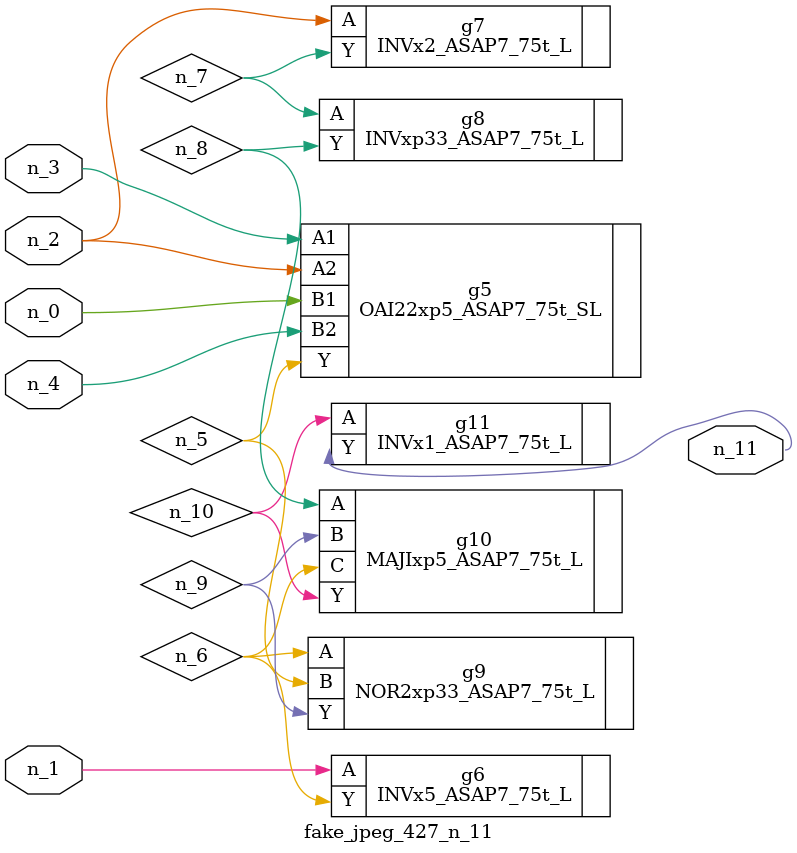
<source format=v>
module fake_jpeg_427_n_11 (n_3, n_2, n_1, n_0, n_4, n_11);

input n_3;
input n_2;
input n_1;
input n_0;
input n_4;

output n_11;

wire n_10;
wire n_8;
wire n_9;
wire n_6;
wire n_5;
wire n_7;

OAI22xp5_ASAP7_75t_SL g5 ( 
.A1(n_3),
.A2(n_2),
.B1(n_0),
.B2(n_4),
.Y(n_5)
);

INVx5_ASAP7_75t_L g6 ( 
.A(n_1),
.Y(n_6)
);

INVx2_ASAP7_75t_L g7 ( 
.A(n_2),
.Y(n_7)
);

INVxp33_ASAP7_75t_L g8 ( 
.A(n_7),
.Y(n_8)
);

MAJIxp5_ASAP7_75t_L g10 ( 
.A(n_8),
.B(n_9),
.C(n_6),
.Y(n_10)
);

NOR2xp33_ASAP7_75t_L g9 ( 
.A(n_6),
.B(n_5),
.Y(n_9)
);

INVx1_ASAP7_75t_L g11 ( 
.A(n_10),
.Y(n_11)
);


endmodule
</source>
